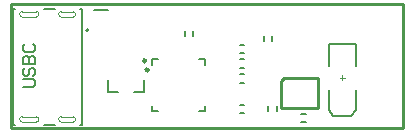
<source format=gto>
G04*
G04 #@! TF.GenerationSoftware,Altium Limited,Altium Designer,18.1.7 (191)*
G04*
G04 Layer_Color=65535*
%FSLAX25Y25*%
%MOIN*%
G70*
G01*
G75*
%ADD10C,0.00984*%
%ADD11C,0.00787*%
%ADD12C,0.01000*%
%ADD13C,0.00500*%
%ADD14C,0.00606*%
%ADD15C,0.00004*%
%ADD16C,0.00394*%
D10*
X73228Y36713D02*
G03*
X73228Y36713I-492J0D01*
G01*
X74114Y33661D02*
G03*
X74114Y33661I-492J0D01*
G01*
D11*
X54075Y46847D02*
G03*
X54075Y46847I-394J0D01*
G01*
X143228Y20379D02*
Y27072D01*
X134172Y20379D02*
X135747Y18410D01*
X141653D02*
X143228Y20379D01*
X134172D02*
Y27072D01*
X135747Y18410D02*
X141653D01*
X134172Y42426D02*
X143228D01*
Y34946D02*
Y42426D01*
X134172Y34946D02*
Y42426D01*
X75295Y19783D02*
X77165D01*
X75295D02*
Y21654D01*
X90945Y19783D02*
X92815D01*
Y21654D01*
Y35433D02*
Y37303D01*
X90945D02*
X92815D01*
X75295D02*
X77165D01*
X75295Y35433D02*
Y37303D01*
X72441Y26181D02*
Y30118D01*
X69291Y26181D02*
X72441D01*
X60630D02*
Y30118D01*
Y26181D02*
X63779D01*
X55819Y53535D02*
X60543D01*
X89075Y45079D02*
Y46654D01*
X86319Y45079D02*
Y46654D01*
X104429Y39272D02*
X106004D01*
X104429Y42028D02*
X106004D01*
X104429Y29402D02*
X106004D01*
X104429Y32157D02*
X106004D01*
X104425Y19307D02*
X106000D01*
X104425Y22063D02*
X106000D01*
X104429Y34421D02*
X106004D01*
X104429Y37177D02*
X106004D01*
X112598Y43406D02*
Y44980D01*
X115354Y43406D02*
Y44980D01*
X114075Y19882D02*
Y21457D01*
X116831Y19882D02*
Y21457D01*
X124902Y16339D02*
X126476D01*
X124902Y19094D02*
X126476D01*
D12*
X118307Y20965D02*
X123917D01*
X130512D01*
Y30807D01*
X119095D02*
X130512D01*
X118307Y30020D02*
X119095Y30807D01*
X118307Y20965D02*
Y30020D01*
X158799Y14252D02*
Y55512D01*
X28373Y14173D02*
X158720D01*
X28400Y55512D02*
X158799D01*
X28400Y14200D02*
Y55512D01*
D13*
X51328Y54090D02*
X51882D01*
X39210D02*
X42845D01*
X28850D02*
X29515D01*
X51328Y15311D02*
X51882D01*
X39210D02*
X42845D01*
X28850D02*
X29515D01*
X28850D02*
Y54090D01*
X51882Y15311D02*
Y54090D01*
D14*
X32285Y27827D02*
X35565D01*
X36220Y28483D01*
Y29795D01*
X35565Y30451D01*
X32285D01*
X32941Y34386D02*
X32285Y33730D01*
Y32419D01*
X32941Y31762D01*
X33597D01*
X34253Y32419D01*
Y33730D01*
X34909Y34386D01*
X35565D01*
X36220Y33730D01*
Y32419D01*
X35565Y31762D01*
X32285Y35698D02*
X36220D01*
Y37666D01*
X35565Y38322D01*
X34909D01*
X34253Y37666D01*
Y35698D01*
Y37666D01*
X33597Y38322D01*
X32941D01*
X32285Y37666D01*
Y35698D01*
X32941Y42258D02*
X32285Y41602D01*
Y40290D01*
X32941Y39634D01*
X35565D01*
X36220Y40290D01*
Y41602D01*
X35565Y42258D01*
D15*
X49815Y17181D02*
G03*
X48929Y18067I-886J0D01*
G01*
Y16295D02*
G03*
X49815Y17181I0J886D01*
G01*
X44106D02*
G03*
X44992Y16295I886J0D01*
G01*
Y18067D02*
G03*
X44106Y17181I0J-886D01*
G01*
X49815Y52220D02*
G03*
X48929Y53106I-886J0D01*
G01*
Y51335D02*
G03*
X49815Y52220I0J886D01*
G01*
X44106D02*
G03*
X44992Y51335I886J0D01*
G01*
Y53106D02*
G03*
X44106Y52220I0J-886D01*
G01*
X37610Y17181D02*
G03*
X36724Y18067I-886J0D01*
G01*
Y16295D02*
G03*
X37610Y17181I0J886D01*
G01*
X31114D02*
G03*
X32000Y16295I886J0D01*
G01*
Y18067D02*
G03*
X31114Y17181I0J-886D01*
G01*
X37610Y52220D02*
G03*
X36724Y53106I-886J0D01*
G01*
Y51335D02*
G03*
X37610Y52220I0J886D01*
G01*
X31114D02*
G03*
X32000Y51335I886J0D01*
G01*
Y53106D02*
G03*
X31114Y52220I0J-886D01*
G01*
X44992Y16295D02*
X48929D01*
X44992Y18067D02*
X48929D01*
X44992Y51335D02*
X48929D01*
X44992Y53106D02*
X48929D01*
X32000Y16295D02*
X36724D01*
X32000Y18067D02*
X36724D01*
X32000Y51335D02*
X36724D01*
X32000Y53106D02*
X36724D01*
D16*
X137913Y31009D02*
X139487D01*
X138700Y30221D02*
Y31796D01*
M02*

</source>
